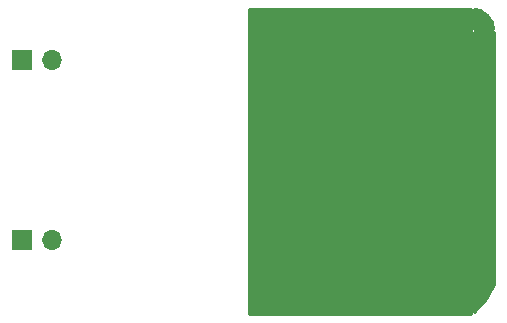
<source format=gbr>
G04 #@! TF.FileFunction,Copper,L2,Bot,Signal*
%FSLAX46Y46*%
G04 Gerber Fmt 4.6, Leading zero omitted, Abs format (unit mm)*
G04 Created by KiCad (PCBNEW 4.0.7-e2-6376~58~ubuntu16.04.1) date Fri Nov 24 11:23:52 2017*
%MOMM*%
%LPD*%
G01*
G04 APERTURE LIST*
%ADD10C,0.100000*%
%ADD11R,1.700000X1.700000*%
%ADD12O,1.700000X1.700000*%
%ADD13C,0.254000*%
G04 APERTURE END LIST*
D10*
D11*
X121920000Y-96520000D03*
D12*
X124460000Y-96520000D03*
D11*
X121920000Y-111760000D03*
D12*
X124460000Y-111760000D03*
D13*
G36*
X161850000Y-114173000D02*
X160147000Y-114173000D01*
X160147000Y-94107000D01*
X161850000Y-94107000D01*
X161850000Y-114173000D01*
X161850000Y-114173000D01*
G37*
X161850000Y-114173000D02*
X160147000Y-114173000D01*
X160147000Y-94107000D01*
X161850000Y-94107000D01*
X161850000Y-114173000D01*
G36*
X161163000Y-93853000D02*
X160147000Y-93853000D01*
X160147000Y-92837000D01*
X161163000Y-92837000D01*
X161163000Y-93853000D01*
X161163000Y-93853000D01*
G37*
X161163000Y-93853000D02*
X160147000Y-93853000D01*
X160147000Y-92837000D01*
X161163000Y-92837000D01*
X161163000Y-93853000D01*
G36*
X161850000Y-114830394D02*
X160147000Y-116533394D01*
X160147000Y-114427000D01*
X161850000Y-114427000D01*
X161850000Y-114830394D01*
X161850000Y-114830394D01*
G37*
X161850000Y-114830394D02*
X160147000Y-116533394D01*
X160147000Y-114427000D01*
X161850000Y-114427000D01*
X161850000Y-114830394D01*
G36*
X161850000Y-113769606D02*
X161850000Y-115436019D01*
X161185626Y-116764768D01*
X160147000Y-117803394D01*
X160147000Y-112066606D01*
X161850000Y-113769606D01*
X161850000Y-113769606D01*
G37*
X161850000Y-113769606D02*
X161850000Y-115436019D01*
X161185626Y-116764768D01*
X160147000Y-117803394D01*
X160147000Y-112066606D01*
X161850000Y-113769606D01*
G36*
X160714989Y-92302152D02*
X161304170Y-92695830D01*
X161697848Y-93285011D01*
X161810828Y-93853000D01*
X160147000Y-93853000D01*
X160147000Y-92189172D01*
X160714989Y-92302152D01*
X160714989Y-92302152D01*
G37*
X160714989Y-92302152D02*
X161304170Y-92695830D01*
X161697848Y-93285011D01*
X161810828Y-93853000D01*
X160147000Y-93853000D01*
X160147000Y-92189172D01*
X160714989Y-92302152D01*
G36*
X159893000Y-117983000D02*
X141097000Y-117983000D01*
X141097000Y-92150000D01*
X159893000Y-92150000D01*
X159893000Y-117983000D01*
X159893000Y-117983000D01*
G37*
X159893000Y-117983000D02*
X141097000Y-117983000D01*
X141097000Y-92150000D01*
X159893000Y-92150000D01*
X159893000Y-117983000D01*
M02*

</source>
